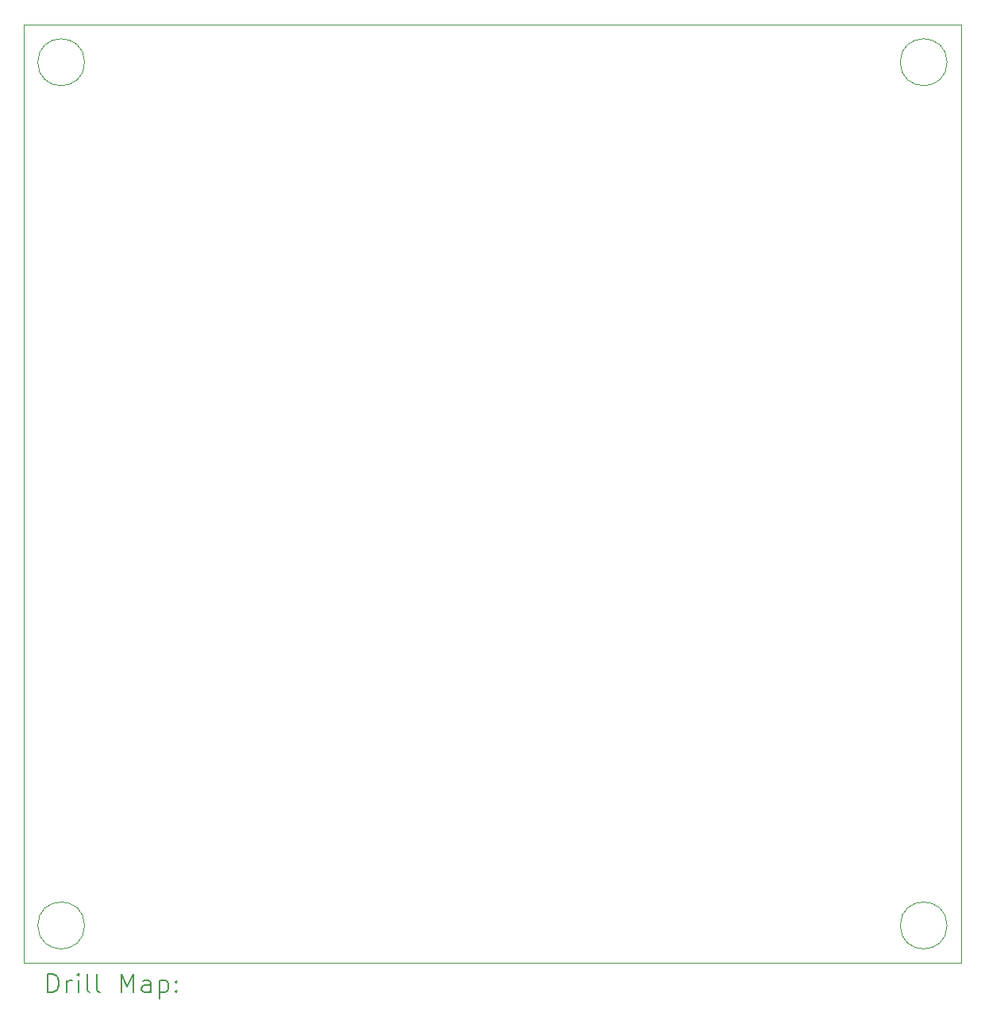
<source format=gbr>
%TF.GenerationSoftware,KiCad,Pcbnew,8.0.6*%
%TF.CreationDate,2025-01-23T15:09:17-05:00*%
%TF.ProjectId,MagneticActuationBoard,4d61676e-6574-4696-9341-637475617469,rev?*%
%TF.SameCoordinates,Original*%
%TF.FileFunction,Drillmap*%
%TF.FilePolarity,Positive*%
%FSLAX45Y45*%
G04 Gerber Fmt 4.5, Leading zero omitted, Abs format (unit mm)*
G04 Created by KiCad (PCBNEW 8.0.6) date 2025-01-23 15:09:17*
%MOMM*%
%LPD*%
G01*
G04 APERTURE LIST*
%ADD10C,0.100000*%
%ADD11C,0.050000*%
%ADD12C,0.200000*%
G04 APERTURE END LIST*
D10*
X13750000Y-5900000D02*
G75*
G02*
X13250000Y-5900000I-250000J0D01*
G01*
X13250000Y-5900000D02*
G75*
G02*
X13750000Y-5900000I250000J0D01*
G01*
X22950000Y-5900000D02*
G75*
G02*
X22450000Y-5900000I-250000J0D01*
G01*
X22450000Y-5900000D02*
G75*
G02*
X22950000Y-5900000I250000J0D01*
G01*
X13750000Y-15100000D02*
G75*
G02*
X13250000Y-15100000I-250000J0D01*
G01*
X13250000Y-15100000D02*
G75*
G02*
X13750000Y-15100000I250000J0D01*
G01*
X22950000Y-15100000D02*
G75*
G02*
X22450000Y-15100000I-250000J0D01*
G01*
X22450000Y-15100000D02*
G75*
G02*
X22950000Y-15100000I250000J0D01*
G01*
D11*
X13100000Y-5500000D02*
X23100000Y-5500000D01*
X23100000Y-15500000D01*
X13100000Y-15500000D01*
X13100000Y-5500000D01*
D12*
X13358277Y-15813984D02*
X13358277Y-15613984D01*
X13358277Y-15613984D02*
X13405896Y-15613984D01*
X13405896Y-15613984D02*
X13434467Y-15623508D01*
X13434467Y-15623508D02*
X13453515Y-15642555D01*
X13453515Y-15642555D02*
X13463039Y-15661603D01*
X13463039Y-15661603D02*
X13472562Y-15699698D01*
X13472562Y-15699698D02*
X13472562Y-15728269D01*
X13472562Y-15728269D02*
X13463039Y-15766365D01*
X13463039Y-15766365D02*
X13453515Y-15785412D01*
X13453515Y-15785412D02*
X13434467Y-15804460D01*
X13434467Y-15804460D02*
X13405896Y-15813984D01*
X13405896Y-15813984D02*
X13358277Y-15813984D01*
X13558277Y-15813984D02*
X13558277Y-15680650D01*
X13558277Y-15718746D02*
X13567801Y-15699698D01*
X13567801Y-15699698D02*
X13577324Y-15690174D01*
X13577324Y-15690174D02*
X13596372Y-15680650D01*
X13596372Y-15680650D02*
X13615420Y-15680650D01*
X13682086Y-15813984D02*
X13682086Y-15680650D01*
X13682086Y-15613984D02*
X13672562Y-15623508D01*
X13672562Y-15623508D02*
X13682086Y-15633031D01*
X13682086Y-15633031D02*
X13691610Y-15623508D01*
X13691610Y-15623508D02*
X13682086Y-15613984D01*
X13682086Y-15613984D02*
X13682086Y-15633031D01*
X13805896Y-15813984D02*
X13786848Y-15804460D01*
X13786848Y-15804460D02*
X13777324Y-15785412D01*
X13777324Y-15785412D02*
X13777324Y-15613984D01*
X13910658Y-15813984D02*
X13891610Y-15804460D01*
X13891610Y-15804460D02*
X13882086Y-15785412D01*
X13882086Y-15785412D02*
X13882086Y-15613984D01*
X14139229Y-15813984D02*
X14139229Y-15613984D01*
X14139229Y-15613984D02*
X14205896Y-15756841D01*
X14205896Y-15756841D02*
X14272562Y-15613984D01*
X14272562Y-15613984D02*
X14272562Y-15813984D01*
X14453515Y-15813984D02*
X14453515Y-15709222D01*
X14453515Y-15709222D02*
X14443991Y-15690174D01*
X14443991Y-15690174D02*
X14424943Y-15680650D01*
X14424943Y-15680650D02*
X14386848Y-15680650D01*
X14386848Y-15680650D02*
X14367801Y-15690174D01*
X14453515Y-15804460D02*
X14434467Y-15813984D01*
X14434467Y-15813984D02*
X14386848Y-15813984D01*
X14386848Y-15813984D02*
X14367801Y-15804460D01*
X14367801Y-15804460D02*
X14358277Y-15785412D01*
X14358277Y-15785412D02*
X14358277Y-15766365D01*
X14358277Y-15766365D02*
X14367801Y-15747317D01*
X14367801Y-15747317D02*
X14386848Y-15737793D01*
X14386848Y-15737793D02*
X14434467Y-15737793D01*
X14434467Y-15737793D02*
X14453515Y-15728269D01*
X14548753Y-15680650D02*
X14548753Y-15880650D01*
X14548753Y-15690174D02*
X14567801Y-15680650D01*
X14567801Y-15680650D02*
X14605896Y-15680650D01*
X14605896Y-15680650D02*
X14624943Y-15690174D01*
X14624943Y-15690174D02*
X14634467Y-15699698D01*
X14634467Y-15699698D02*
X14643991Y-15718746D01*
X14643991Y-15718746D02*
X14643991Y-15775888D01*
X14643991Y-15775888D02*
X14634467Y-15794936D01*
X14634467Y-15794936D02*
X14624943Y-15804460D01*
X14624943Y-15804460D02*
X14605896Y-15813984D01*
X14605896Y-15813984D02*
X14567801Y-15813984D01*
X14567801Y-15813984D02*
X14548753Y-15804460D01*
X14729705Y-15794936D02*
X14739229Y-15804460D01*
X14739229Y-15804460D02*
X14729705Y-15813984D01*
X14729705Y-15813984D02*
X14720182Y-15804460D01*
X14720182Y-15804460D02*
X14729705Y-15794936D01*
X14729705Y-15794936D02*
X14729705Y-15813984D01*
X14729705Y-15690174D02*
X14739229Y-15699698D01*
X14739229Y-15699698D02*
X14729705Y-15709222D01*
X14729705Y-15709222D02*
X14720182Y-15699698D01*
X14720182Y-15699698D02*
X14729705Y-15690174D01*
X14729705Y-15690174D02*
X14729705Y-15709222D01*
M02*

</source>
